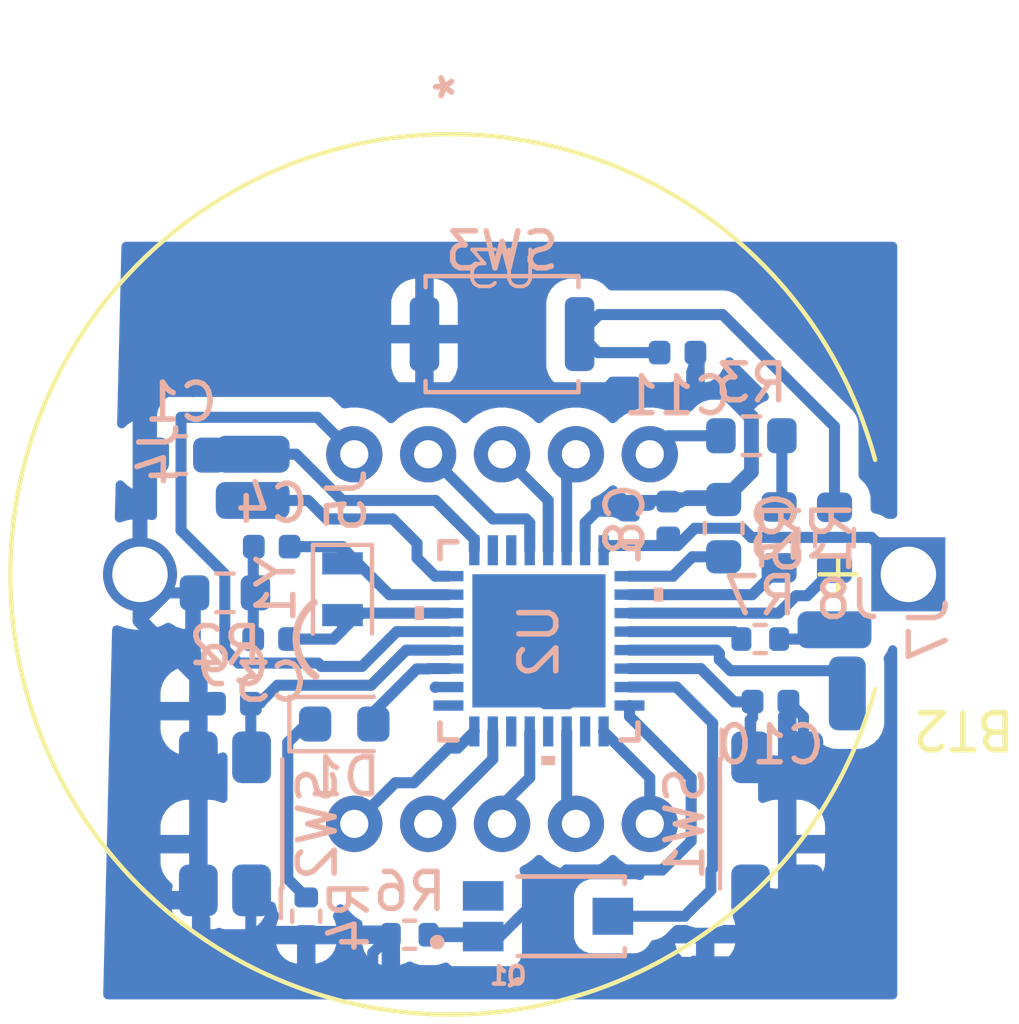
<source format=kicad_pcb>
(kicad_pcb (version 20241229) (generator "pcbnew") (generator_version "9.0")
  (layers (0 "F.Cu" signal) (2 "B.Cu" signal) (13 "F.Paste" user) (15 "B.Paste" user) (5 "F.SilkS" user "F.Silkscreen") (7 "B.SilkS" user "B.Silkscreen") (1 "F.Mask" user) (3 "B.Mask" user) (25 "Edge.Cuts" user))
  (net 0 "")
  (net 2 "/SW1")
  (net 4 "unconnected-(U2A-EPAD-Pad33)")
  (net 5 "/TEMT_VCC")
  (net 6 "/SW3")
  (net 7 "/SW2")
  (net 8 "GND")
  (net 9 "VCC")
  (net 10 "/SEG1")
  (net 11 "/SEG2")
  (net 12 "/TEMT_SIG")
  (net 13 "/SEG4")
  (net 14 "/SEG6")
  (net 15 "/SEG5")
  (net 16 "/SEG3")
  (net 17 "/COM3")
  (net 18 "/COM4")
  (net 19 "/COM1")
  (net 20 "/COM2")
  (net 21 "Net-(U2B-VLCD)")
  (net 22 "Net-(J4-Pin_1)")
  (net 23 "Net-(J5-Pin_1)")
  (net 28 "Net-(U3-COM1)")
  (net 29 "Net-(R1-Pad2)")
  (net 30 "unconnected-(U2A-PC1-Pad26)")
  (net 31 "Net-(C3-Pad1)")
  (net 32 "/OSC_IN")
  (net 33 "Net-(D1-K)")
  (net 34 "Net-(D1-A)")
  (net 35 "/OSC_OUT")
  (net 36 "Net-(C11-Pad1)")
  (net 37 "Net-(J7-Pin_1)")
  (net 38 "Net-(J8-Pin_1)")
  (net 39 "Net-(U2A-PD3)")
  (footprint "Battery:BatteryHolder_MYOUNG_BS-07-A1BJ001_CR2032" (layer "F.Cu") (at 38.8 26.5 180)
    (property "Reference" "BT2" (at -1.5 -4.2 180) (layer "F.SilkS"))
    (property "Value" "Battery_Cell" (hide yes))
    (fp_line (start 1.9 -0.5) (end 1.9 0.5) (stroke (width 0.12)) (layer "F.SilkS"))
    (fp_line (start 1.4 0) (end 2.4 0) (stroke (width 0.12)) (layer "F.SilkS"))
    (fp_arc (start 0.900001 -3.1) (mid 24.310499 0) (end 0.900001 3.1) (stroke (width 0.12)) (layer "F.SilkS"))
    (pad "1" thru_hole rect (at 0 0) (size 2 2) (drill 1.5) (layers "*.Cu" "*.Mask") (net 9 "VCC"))
    (pad "2" thru_hole circle (at 20.8 0) (size 2 2) (drill 1.5) (layers "*.Cu" "*.Mask") (net 8 "GND"))
  )
  (footprint "Fuse:Fuse_0402_1005Metric" (layer "B.Cu") (at 35.067562 29.94332)
    (property "Reference" "C10" (at 0 1.17 0) (layer "B.SilkS") (effects (justify mirror)))
    (property "Value" "10n")
    (pad "1" smd roundrect (at -0.485 0) (size 0.59 0.64) (layers "B.Cu" "B.Mask" "B.Paste") (net 2 "/SW1"))
    (pad "2" smd roundrect (at 0.485 0) (size 0.59 0.64) (layers "B.Cu" "B.Mask" "B.Paste") (net 8 "GND"))
  )
  (footprint "TEMT6000X01:TRANS_TEMT6000X01" (layer "B.Cu") (at 29.045 35.75)
    (property "Reference" "Q1" (at -1.077583 1.607158 0) (layer "B.SilkS") (effects (font (size 0.480705 0.480705)) (justify mirror)))
    (property "Value" "TEMT6000X01")
    (fp_line (start -0.82 1.075) (end 2.075 1.075) (stroke (width 0.127)) (layer "B.SilkS"))
    (fp_line (start 2.075 -1.075) (end -0.83 -1.075) (stroke (width 0.127)) (layer "B.SilkS"))
    (fp_line (start 2.075 -0.88) (end 2.075 -1.075) (stroke (width 0.127)) (layer "B.SilkS"))
    (fp_line (start 2.075 1.075) (end 2.075 0.87) (stroke (width 0.127)) (layer "B.SilkS"))
    (fp_circle (center -3 0.7) (end -2.9 0.7) (stroke (width 0.2)) (fill no) (layer "B.SilkS"))
    (pad "1" smd rect (at -1.755 0.55) (size 1.1 0.8) (layers "B.Cu" "B.Mask" "B.Paste") (net 12 "/TEMT_SIG"))
    (pad "2" smd rect (at -1.755 -0.55) (size 1.1 0.8) (layers "B.Cu" "B.Mask" "B.Paste"))
    (pad "3" smd rect (at 1.755 0) (size 1.1 1) (layers "B.Cu" "B.Mask" "B.Paste") (net 5 "/TEMT_VCC"))
  )
  (footprint "Button_Switch_SMD:SW_Push_SPST_NO_Alps_SKRK" (layer "B.Cu") (at 27.8 20 180)
    (property "Reference" "SW3" (at 0 2.25 0) (layer "B.SilkS") (effects (justify mirror)))
    (property "Value" "SW_Push")
    (fp_line (start 2.07 1.57) (end -2.07 1.57) (stroke (width 0.12)) (layer "B.SilkS"))
    (fp_line (start 2.07 1.27) (end 2.07 1.57) (stroke (width 0.12)) (layer "B.SilkS"))
    (fp_line (start 2.07 -1.57) (end 2.07 -1.27) (stroke (width 0.12)) (layer "B.SilkS"))
    (fp_line (start -2.07 1.57) (end -2.07 1.27) (stroke (width 0.12)) (layer "B.SilkS"))
    (fp_line (start -2.07 -1.27) (end -2.07 -1.57) (stroke (width 0.12)) (layer "B.SilkS"))
    (fp_line (start -2.07 -1.57) (end 2.07 -1.57) (stroke (width 0.12)) (layer "B.SilkS"))
    (pad "1" smd roundrect (at -2.1 0 180) (size 0.8 2) (layers "B.Cu" "B.Mask" "B.Paste") (net 36 "Net-(C11-Pad1)"))
    (pad "2" smd roundrect (at 2.1 0 180) (size 0.8 2) (layers "B.Cu" "B.Mask" "B.Paste") (net 8 "GND"))
  )
  (footprint "Resistor_SMD:R_0402_1005Metric" (layer "B.Cu") (at 25.3 36.25 180)
    (property "Reference" "R6" (at 0 1.17 0) (layer "B.SilkS") (effects (justify mirror)))
    (property "Value" "10k")
    (fp_line (start -0.153641 0.38) (end 0.153641 0.38) (stroke (width 0.12)) (layer "B.SilkS"))
    (fp_line (start -0.153641 -0.38) (end 0.153641 -0.38) (stroke (width 0.12)) (layer "B.SilkS"))
    (pad "1" smd roundrect (at -0.51 0 180) (size 0.54 0.64) (layers "B.Cu" "B.Mask" "B.Paste") (net 12 "/TEMT_SIG"))
    (pad "2" smd roundrect (at 0.51 0 180) (size 0.54 0.64) (layers "B.Cu" "B.Mask" "B.Paste") (net 8 "GND"))
  )
  (footprint "Connector_Wire:SolderWirePad_1x01_SMD_1x2mm" (layer "B.Cu") (at 37.146688 29.721862 180)
    (property "Reference" "J8" (at 0 2.54 0) (layer "B.SilkS") (effects (justify mirror)))
    (property "Value" "Conn_01x01")
    (pad "1" smd roundrect (at 0 0 180) (size 1 2) (layers "B.Cu" "B.Mask" "B.Paste") (net 38 "Net-(J8-Pin_1)"))
  )
  (footprint "Resistor_SMD:R_0402_1005Metric" (layer "B.Cu") (at 34.79 28.25 180)
    (property "Reference" "R7" (at 0 1.17 0) (layer "B.SilkS") (effects (justify mirror)))
    (property "Value" "0")
    (fp_line (start -0.153641 0.38) (end 0.153641 0.38) (stroke (width 0.12)) (layer "B.SilkS"))
    (fp_line (start -0.153641 -0.38) (end 0.153641 -0.38) (stroke (width 0.12)) (layer "B.SilkS"))
    (pad "1" smd roundrect (at -0.51 0 180) (size 0.54 0.64) (layers "B.Cu" "B.Mask" "B.Paste") (net 37 "Net-(J7-Pin_1)"))
    (pad "2" smd roundrect (at 0.51 0 180) (size 0.54 0.64) (layers "B.Cu" "B.Mask" "B.Paste") (net 39 "Net-(U2A-PD3)"))
  )
  (footprint "Connector_Wire:SolderWirePad_1x01_SMD_1x2mm" (layer "B.Cu") (at 21.05 23.25 -90)
    (property "Reference" "J4" (at 0 2.54 90) (layer "B.SilkS") (effects (justify mirror)))
    (property "Value" "Conn_01x01")
    (pad "1" smd roundrect (at 0 0 270) (size 1 2) (layers "B.Cu" "B.Mask" "B.Paste") (net 22 "Net-(J4-Pin_1)"))
  )
  (footprint "Resistor_SMD:R_0402_1005Metric" (layer "B.Cu") (at 22.5 35.75 90)
    (property "Reference" "R4" (at 0 1.17 90) (layer "B.SilkS") (effects (justify mirror)))
    (property "Value" "330")
    (fp_line (start 0.153641 -0.38) (end -0.153641 -0.38) (stroke (width 0.12)) (layer "B.SilkS"))
    (fp_line (start 0.153641 0.38) (end -0.153641 0.38) (stroke (width 0.12)) (layer "B.SilkS"))
    (pad "1" smd roundrect (at -0.51 0 90) (size 0.54 0.64) (layers "B.Cu" "B.Mask" "B.Paste") (net 8 "GND"))
    (pad "2" smd roundrect (at 0.51 0 90) (size 0.54 0.64) (layers "B.Cu" "B.Mask" "B.Paste") (net 33 "Net-(D1-K)"))
  )
  (footprint "Resistor_SMD:R_0603_1608Metric" (layer "B.Cu") (at 20.3 27)
    (property "Reference" "R2" (at 0 1.43 0) (layer "B.SilkS") (effects (justify mirror)))
    (property "Value" "0")
    (fp_line (start 0.237258 -0.5225) (end -0.237258 -0.5225) (stroke (width 0.12)) (layer "B.SilkS"))
    (fp_line (start 0.237258 0.5225) (end -0.237258 0.5225) (stroke (width 0.12)) (layer "B.SilkS"))
    (pad "1" smd roundrect (at -0.825 0) (size 0.8 0.95) (layers "B.Cu" "B.Mask" "B.Paste") (net 8 "GND"))
    (pad "2" smd roundrect (at 0.825 0) (size 0.8 0.95) (layers "B.Cu" "B.Mask" "B.Paste") (net 31 "Net-(C3-Pad1)"))
  )
  (footprint "Button_Switch_SMD:SW_SPST_EVQP7A" (layer "B.Cu") (at 35.25 33.25 -90)
    (property "Reference" "SW1" (at 0 2.5 90) (layer "B.SilkS") (effects (justify mirror)))
    (property "Value" "SW_Push")
    (fp_line (start 1.75 1.55) (end -1.75 1.55) (stroke (width 0.12)) (layer "B.SilkS"))
    (fp_line (start -1.75 1.51) (end -1.75 1.55) (stroke (width 0.12)) (layer "B.SilkS"))
    (fp_line (start -1.75 1.51) (end -2.55 1.51) (stroke (width 0.12)) (layer "B.SilkS"))
    (pad "1" smd roundrect (at -1.8 0.72 270) (size 1.4 1.05) (layers "B.Cu" "B.Mask" "B.Paste") (roundrect_rratio 0.2380952381) (net 2 "/SW1"))
    (pad "1" smd roundrect (at 1.8 0.72 270) (size 1.4 1.05) (layers "B.Cu" "B.Mask" "B.Paste") (roundrect_rratio 0.2380952381) (net 2 "/SW1"))
    (pad "2" smd roundrect (at -1.8 -0.72 270) (size 1.4 1.05) (layers "B.Cu" "B.Mask" "B.Paste") (roundrect_rratio 0.2380952381) (net 8 "GND"))
    (pad "2" smd roundrect (at 1.8 -0.72 270) (size 1.4 1.05) (layers "B.Cu" "B.Mask" "B.Paste") (roundrect_rratio 0.2380952381) (net 8 "GND"))
  )
  (footprint "Fuse:Fuse_0402_1005Metric" (layer "B.Cu") (at 32.3 25.015 -90)
    (property "Reference" "C8" (at 0 1.17 90) (layer "B.SilkS") (effects (justify mirror)))
    (property "Value" "1u")
    (pad "1" smd roundrect (at -0.485 0 270) (size 0.59 0.64) (layers "B.Cu" "B.Mask" "B.Paste") (net 8 "GND"))
    (pad "2" smd roundrect (at 0.485 0 270) (size 0.59 0.64) (layers "B.Cu" "B.Mask" "B.Paste") (net 9 "VCC"))
  )
  (footprint "Connector_Wire:SolderWirePad_1x01_SMD_1x2mm" (layer "B.Cu") (at 21.05 24.5 90)
    (property "Reference" "J5" (at 0 2.54 90) (layer "B.SilkS") (effects (justify mirror)))
    (property "Value" "Conn_01x01")
    (pad "1" smd roundrect (at 0 0 90) (size 1 2) (layers "B.Cu" "B.Mask" "B.Paste") (net 23 "Net-(J5-Pin_1)"))
  )
  (footprint "Button_Switch_SMD:SW_SPST_EVQP7A" (layer "B.Cu") (at 20.3 33.25 90)
    (property "Reference" "SW2" (at 0 2.5 90) (layer "B.SilkS") (effects (justify mirror)))
    (property "Value" "SW_Push")
    (fp_line (start -1.75 1.51) (end -2.55 1.51) (stroke (width 0.12)) (layer "B.SilkS"))
    (fp_line (start -1.75 1.51) (end -1.75 1.55) (stroke (width 0.12)) (layer "B.SilkS"))
    (fp_line (start 1.75 1.55) (end -1.75 1.55) (stroke (width 0.12)) (layer "B.SilkS"))
    (pad "1" smd roundrect (at -1.8 0.72 90) (size 1.4 1.05) (layers "B.Cu" "B.Mask" "B.Paste") (roundrect_rratio 0.2380952381) (net 7 "/SW2"))
    (pad "1" smd roundrect (at 1.8 0.72 90) (size 1.4 1.05) (layers "B.Cu" "B.Mask" "B.Paste") (roundrect_rratio 0.2380952381) (net 7 "/SW2"))
    (pad "2" smd roundrect (at -1.8 -0.72 90) (size 1.4 1.05) (layers "B.Cu" "B.Mask" "B.Paste") (roundrect_rratio 0.2380952381) (net 8 "GND"))
    (pad "2" smd roundrect (at 1.8 -0.72 90) (size 1.4 1.05) (layers "B.Cu" "B.Mask" "B.Paste") (roundrect_rratio 0.2380952381) (net 8 "GND"))
  )
  (footprint "Fuse:Fuse_0402_1005Metric" (layer "B.Cu") (at 21.55 28.25)
    (property "Reference" "C3" (at 0 1.17 0) (layer "B.SilkS") (effects (justify mirror)))
    (property "Value" "12p")
    (pad "1" smd roundrect (at -0.485 0) (size 0.59 0.64) (layers "B.Cu" "B.Mask" "B.Paste") (net 31 "Net-(C3-Pad1)"))
    (pad "2" smd roundrect (at 0.485 0) (size 0.59 0.64) (layers "B.Cu" "B.Mask" "B.Paste") (net 32 "/OSC_IN"))
  )
  (footprint "Connector_Wire:SolderWirePad_1x01_SMD_1x2mm" (layer "B.Cu") (at 36.8 28 90)
    (property "Reference" "J7" (at 0 2.54 90) (layer "B.SilkS") (effects (justify mirror)))
    (property "Value" "Conn_01x01")
    (pad "1" smd roundrect (at 0 0 90) (size 1 2) (layers "B.Cu" "B.Mask" "B.Paste") (net 37 "Net-(J7-Pin_1)"))
  )
  (footprint "Resistor_SMD:R_0603_1608Metric" (layer "B.Cu") (at 34.55 22.75 180)
    (property "Reference" "R3" (at 0 1.43 0) (layer "B.SilkS") (effects (justify mirror)))
    (property "Value" "0")
    (fp_line (start 0.237258 0.5225) (end -0.237258 0.5225) (stroke (width 0.12)) (layer "B.SilkS"))
    (fp_line (start 0.237258 -0.5225) (end -0.237258 -0.5225) (stroke (width 0.12)) (layer "B.SilkS"))
    (pad "1" smd roundrect (at -0.825 0 180) (size 0.8 0.95) (layers "B.Cu" "B.Mask" "B.Paste") (net 29 "Net-(R1-Pad2)"))
    (pad "2" smd roundrect (at 0.825 0 180) (size 0.8 0.95) (layers "B.Cu" "B.Mask" "B.Paste") (net 28 "Net-(U3-COM1)"))
  )
  (footprint "Fuse:Fuse_0402_1005Metric" (layer "B.Cu") (at 20.515 30 180)
    (property "Reference" "C9" (at 0 1 0) (layer "B.SilkS") (effects (justify mirror)))
    (property "Value" "10n")
    (pad "1" smd roundrect (at -0.485 0 180) (size 0.59 0.64) (layers "B.Cu" "B.Mask" "B.Paste") (net 7 "/SW2"))
    (pad "2" smd roundrect (at 0.485 0 180) (size 0.59 0.64) (layers "B.Cu" "B.Mask" "B.Paste") (net 8 "GND"))
  )
  (footprint "KiCadLib:UFQFPN32-5x5mm-L" (layer "B.Cu") (at 28.800001 28.2989 -90)
    (property "Reference" "U2" (at 0 0 90) (layer "B.SilkS") (effects (justify mirror)))
    (property "Value" "STM8L152K6U6")
    (fp_line (start -2.6797 2.6797) (end -2.222439 2.6797) (stroke (width 0.1524)) (layer "B.SilkS"))
    (fp_line (start 2.222439 2.6797) (end 2.6797 2.6797) (stroke (width 0.1524)) (layer "B.SilkS"))
    (fp_line (start 2.6797 2.6797) (end 2.6797 2.222439) (stroke (width 0.1524)) (layer "B.SilkS"))
    (fp_line (start -2.6797 2.222439) (end -2.6797 2.6797) (stroke (width 0.1524)) (layer "B.SilkS"))
    (fp_line (start 2.6797 -2.222439) (end 2.6797 -2.6797) (stroke (width 0.1524)) (layer "B.SilkS"))
    (fp_line (start -2.6797 -2.6797) (end -2.6797 -2.222439) (stroke (width 0.1524)) (layer "B.SilkS"))
    (fp_line (start -2.222439 -2.6797) (end -2.6797 -2.6797) (stroke (width 0.1524)) (layer "B.SilkS"))
    (fp_line (start 2.6797 -2.6797) (end 2.222439 -2.6797) (stroke (width 0.1524)) (layer "B.SilkS"))
    (fp_poly (pts (xy -0.940501 3.1115) (xy -0.940501 3.3655) (xy -0.559501 3.3655) (xy -0.559501 3.1115)) (fill yes) (layer "B.SilkS"))
    (fp_poly (pts (xy 3.3655 -0.059499) (xy 3.3655 -0.4405) (xy 3.1115 -0.4405) (xy 3.1115 -0.059499)) (fill yes) (layer "B.SilkS"))
    (fp_poly (pts (xy -1.4405 -3.1115) (xy -1.4405 -3.3655) (xy -1.0595 -3.3655) (xy -1.0595 -3.1115)) (fill yes) (layer "B.SilkS"))
    (fp_text user "*" (at -14.9925 2.25 90) (layer "B.SilkS") (effects (justify mirror)))
    (fp_text user "*" (at -14.9925 2.25 90) (layer "B.SilkS") (effects (justify mirror)))
    (pad "1" smd rect (at -2.4511 1.749999 180) (size 0.2794 0.8128) (layers "B.Cu" "B.Mask" "B.Paste") (net 22 "Net-(J4-Pin_1)"))
    (pad "2" smd rect (at -2.4511 1.25 180) (size 0.2794 0.8128) (layers "B.Cu" "B.Mask" "B.Paste"))
    (pad "3" smd rect (at -2.4511 0.750001 180) (size 0.2794 0.8128) (layers "B.Cu" "B.Mask" "B.Paste"))
    (pad "4" smd rect (at -2.4511 0.25 180) (size 0.2794 0.8128) (layers "B.Cu" "B.Mask" "B.Paste") (net 18 "/COM4"))
    (pad "5" smd rect (at -2.4511 -0.25 180) (size 0.2794 0.8128) (layers "B.Cu" "B.Mask" "B.Paste") (net 17 "/COM3"))
    (pad "6" smd rect (at -2.4511 -0.750001 180) (size 0.2794 0.8128) (layers "B.Cu" "B.Mask" "B.Paste") (net 20 "/COM2"))
    (pad "7" smd rect (at -2.4511 -1.25 180) (size 0.2794 0.8128) (layers "B.Cu" "B.Mask" "B.Paste") (net 8 "GND"))
    (pad "8" smd rect (at -2.4511 -1.749999 180) (size 0.2794 0.8128) (layers "B.Cu" "B.Mask" "B.Paste") (net 9 "VCC"))
    (pad "9" smd rect (at -1.749999 -2.4511 270) (size 0.2794 0.8128) (layers "B.Cu" "B.Mask" "B.Paste") (net 21 "Net-(U2B-VLCD)"))
    (pad "10" smd rect (at -1.25 -2.4511 270) (size 0.2794 0.8128) (layers "B.Cu" "B.Mask" "B.Paste") (net 19 "/COM1"))
    (pad "11" smd rect (at -0.750001 -2.4511 270) (size 0.2794 0.8128) (layers "B.Cu" "B.Mask" "B.Paste") (net 6 "/SW3"))
    (pad "12" smd rect (at -0.25 -2.4511 270) (size 0.2794 0.8128) (layers "B.Cu" "B.Mask" "B.Paste") (net 39 "Net-(U2A-PD3)"))
    (pad "13" smd rect (at 0.25 -2.4511 270) (size 0.2794 0.8128) (layers "B.Cu" "B.Mask" "B.Paste") (net 38 "Net-(J8-Pin_1)"))
    (pad "14" smd rect (at 0.750001 -2.4511 270) (size 0.2794 0.8128) (layers "B.Cu" "B.Mask" "B.Paste") (net 2 "/SW1"))
    (pad "15" smd rect (at 1.25 -2.4511 270) (size 0.2794 0.8128) (layers "B.Cu" "B.Mask" "B.Paste") (net 5 "/TEMT_VCC"))
    (pad "16" smd rect (at 1.749999 -2.4511 270) (size 0.2794 0.8128) (layers "B.Cu" "B.Mask" "B.Paste") (net 12 "/TEMT_SIG"))
    (pad "17" smd rect (at 2.4511 -1.749999 180) (size 0.2794 0.8128) (layers "B.Cu" "B.Mask" "B.Paste") (net 10 "/SEG1"))
    (pad "18" smd rect (at 2.4511 -1.25 180) (size 0.2794 0.8128) (layers "B.Cu" "B.Mask" "B.Paste"))
    (pad "19" smd rect (at 2.4511 -0.750001 180) (size 0.2794 0.8128) (layers "B.Cu" "B.Mask" "B.Paste") (net 11 "/SEG2"))
    (pad "20" smd rect (at 2.4511 -0.25 180) (size 0.2794 0.8128) (layers "B.Cu" "B.Mask" "B.Paste"))
    (pad "21" smd rect (at 2.4511 0.25 180) (size 0.2794 0.8128) (layers "B.Cu" "B.Mask" "B.Paste") (net 16 "/SEG3"))
    (pad "22" smd rect (at 2.4511 0.750001 180) (size 0.2794 0.8128) (layers "B.Cu" "B.Mask" "B.Paste"))
    (pad "23" smd rect (at 2.4511 1.25 180) (size 0.2794 0.8128) (layers "B.Cu" "B.Mask" "B.Paste") (net 13 "/SEG4"))
    (pad "24" smd rect (at 2.4511 1.749999 180) (size 0.2794 0.8128) (layers "B.Cu" "B.Mask" "B.Paste") (net 15 "/SEG5"))
    (pad "25" smd rect (at 1.749999 2.4511 270) (size 0.2794 0.8128) (layers "B.Cu" "B.Mask" "B.Paste"))
    (pad "26" smd rect (at 1.25 2.4511 270) (size 0.2794 0.8128) (layers "B.Cu" "B.Mask" "B.Paste") (net 30 "unconnected-(U2A-PC1-Pad26)"))
    (pad "27" smd rect (at 0.750001 2.4511 270) (size 0.2794 0.8128) (layers "B.Cu" "B.Mask" "B.Paste") (net 34 "Net-(D1-A)"))
    (pad "28" smd rect (at 0.25 2.4511 270) (size 0.2794 0.8128) (layers "B.Cu" "B.Mask" "B.Paste") (net 7 "/SW2"))
    (pad "29" smd rect (at -0.25 2.4511 270) (size 0.2794 0.8128) (layers "B.Cu" "B.Mask" "B.Paste") (net 14 "/SEG6"))
    (pad "30" smd rect (at -0.750001 2.4511 270) (size 0.2794 0.8128) (layers "B.Cu" "B.Mask" "B.Paste") (net 32 "/OSC_IN"))
    (pad "31" smd rect (at -1.25 2.4511 270) (size 0.2794 0.8128) (layers "B.Cu" "B.Mask" "B.Paste") (net 35 "/OSC_OUT"))
    (pad "32" smd rect (at -1.749999 2.4511 270) (size 0.2794 0.8128) (layers "B.Cu" "B.Mask" "B.Paste") (net 23 "Net-(J5-Pin_1)"))
    (pad "33" smd rect (at 0 0 270) (size 3.6068 3.6068) (layers "B.Cu" "B.Mask") (net 4 "unconnected-(U2A-EPAD-Pad33)"))
  )
  (footprint "Crystal:Crystal_SMD_2012-2Pin_2.0x1.2mm" (layer "B.Cu") (at 23.48162 26.902155 -90)
    (property "Reference" "Y1" (at 0 1.8 90) (layer "B.SilkS") (effects (justify mirror)))
    (property "Value" "Crystal")
    (fp_line (start -1.2 0.8) (end 1.2 0.8) (stroke (width 0.12)) (layer "B.SilkS"))
    (fp_line (start -1.2 -0.8) (end -1.2 0.8) (stroke (width 0.12)) (layer "B.SilkS"))
    (fp_line (start 1.2 -0.8) (end -1.2 -0.8) (stroke (width 0.12)) (layer "B.SilkS"))
    (pad "1" smd rect (at -0.7 0 270) (size 0.6 1.1) (layers "B.Cu" "B.Mask" "B.Paste") (net 35 "/OSC_OUT"))
    (pad "2" smd rect (at 0.7 0 270) (size 0.6 1.1) (layers "B.Cu" "B.Mask" "B.Paste") (net 32 "/OSC_IN"))
  )
  (footprint "LED_SMD:LED_0603_1608Metric" (layer "B.Cu") (at 23.528739 30.550105)
    (property "Reference" "D1" (at 0 1.43 0) (layer "B.SilkS") (effects (justify mirror)))
    (property "Value" "LED")
    (fp_line (start -1.485 -0.735) (end -1.485 0.735) (stroke (width 0.12)) (layer "B.SilkS"))
    (fp_line (start -1.485 0.735) (end 0.8 0.735) (stroke (width 0.12)) (layer "B.SilkS"))
    (fp_line (start 0.8 -0.735) (end -1.485 -0.735) (stroke (width 0.12)) (layer "B.SilkS"))
    (pad "1" smd roundrect (at -0.7875 0) (size 0.875 0.95) (layers "B.Cu" "B.Mask" "B.Paste") (net 33 "Net-(D1-K)"))
    (pad "2" smd roundrect (at 0.7875 0) (size 0.875 0.95) (layers "B.Cu" "B.Mask" "B.Paste") (net 34 "Net-(D1-A)"))
  )
  (footprint "Resistor_SMD:R_0603_1608Metric" (layer "B.Cu") (at 35.3 25.5 90)
    (property "Reference" "R1" (at 0 1.43 90) (layer "B.SilkS") (effects (justify mirror)))
    (property "Value" "0")
    (fp_line (start 0.237258 -0.5225) (end -0.237258 -0.5225) (stroke (width 0.12)) (layer "B.SilkS"))
    (fp_line (start 0.237258 0.5225) (end -0.237258 0.5225) (stroke (width 0.12)) (layer "B.SilkS"))
    (pad "1" smd roundrect (at -0.825 0 90) (size 0.8 0.95) (layers "B.Cu" "B.Mask" "B.Paste") (net 19 "/COM1"))
    (pad "2" smd roundrect (at 0.825 0 90) (size 0.8 0.95) (layers "B.Cu" "B.Mask" "B.Paste") (net 29 "Net-(R1-Pad2)"))
  )
  (footprint "SegmentLCD:3SegLCD10Pin" (layer "B.Cu") (at 27.8 28.25 180)
    (property "Reference" "U3" (at 0 10 0) (layer "B.SilkS") (effects (font (thickness 0.1)) (justify mirror)))
    (property "Value" "~")
    (fp_arc (start 5.046293 -1.008896) (mid 5.571044 -0.01895) (end 5.085318 0.990717) (stroke (width 0.2)) (layer "B.SilkS"))
    (pad "1" thru_hole circle (at -4 -5 180) (size 1.524 1.524) (drill 0.762) (layers "*.Cu" "*.Mask") (net 10 "/SEG1"))
    (pad "2" thru_hole circle (at -2 -5 180) (size 1.524 1.524) (drill 0.762) (layers "*.Cu" "*.Mask") (net 11 "/SEG2"))
    (pad "3" thru_hole circle (at 0 -5 180) (size 1.524 1.524) (drill 0.762) (layers "*.Cu" "*.Mask") (net 16 "/SEG3"))
    (pad "4" thru_hole circle (at 2 -5 180) (size 1.524 1.524) (drill 0.762) (layers "*.Cu" "*.Mask") (net 13 "/SEG4"))
    (pad "5" thru_hole circle (at 4 -5 180) (size 1.524 1.524) (drill 0.762) (layers "*.Cu" "*.Mask") (net 15 "/SEG5"))
    (pad "6" thru_hole circle (at 4 5 180) (size 1.524 1.524) (drill 0.762) (layers "*.Cu" "*.Mask") (net 14 "/SEG6"))
    (pad "7" thru_hole circle (at 2 5 180) (size 1.524 1.524) (drill 0.762) (layers "*.Cu" "*.Mask") (net 18 "/COM4"))
    (pad "8" thru_hole circle (at 0 5 180) (size 1.524 1.524) (drill 0.762) (layers "*.Cu" "*.Mask") (net 17 "/COM3"))
    (pad "9" thru_hole circle (at -2 5 180) (size 1.524 1.524) (drill 0.762) (layers "*.Cu" "*.Mask") (net 20 "/COM2"))
    (pad "10" thru_hole circle (at -4 5 180) (size 1.524 1.524) (drill 0.762) (layers "*.Cu" "*.Mask") (net 28 "Net-(U3-COM1)"))
  )
  (footprint "Fuse:Fuse_0402_1005Metric" (layer "B.Cu") (at 32.55 20.5)
    (property "Reference" "C11" (at 0 1.17 0) (layer "B.SilkS") (effects (justify mirror)))
    (property "Value" "10n")
    (pad "1" smd roundrect (at -0.485 0) (size 0.59 0.64) (layers "B.Cu" "B.Mask" "B.Paste") (net 36 "Net-(C11-Pad1)"))
    (pad "2" smd roundrect (at 0.485 0) (size 0.59 0.64) (layers "B.Cu" "B.Mask" "B.Paste") (net 8 "GND"))
  )
  (footprint "Fuse:Fuse_0402_1005Metric" (layer "B.Cu") (at 21.565 25.75 180)
    (property "Reference" "C4" (at 0 1.17 0) (layer "B.SilkS") (effects (justify mirror)))
    (property "Value" "12p")
    (pad "1" smd roundrect (at -0.485 0 180) (size 0.59 0.64) (layers "B.Cu" "B.Mask" "B.Paste") (net 35 "/OSC_OUT"))
    (pad "2" smd roundrect (at 0.485 0 180) (size 0.59 0.64) (layers "B.Cu" "B.Mask" "B.Paste") (net 31 "Net-(C3-Pad1)"))
  )
  (footprint "Resistor_SMD:R_0603_1608Metric" (layer "B.Cu") (at 36.8 25.51 -90)
    (property "Reference" "R5" (at 0 1.43 90) (layer "B.SilkS") (effects (justify mirror)))
    (property "Value" "0")
    (fp_line (start 0.237258 0.5225) (end -0.237258 0.5225) (stroke (width 0.12)) (layer "B.SilkS"))
    (fp_line (start 0.237258 -0.5225) (end -0.237258 -0.5225) (stroke (width 0.12)) (layer "B.SilkS"))
    (pad "1" smd roundrect (at -0.825 0 270) (size 0.8 0.95) (layers "B.Cu" "B.Mask" "B.Paste") (net 36 "Net-(C11-Pad1)"))
    (pad "2" smd roundrect (at 0.825 0 270) (size 0.8 0.95) (layers "B.Cu" "B.Mask" "B.Paste") (net 6 "/SW3"))
  )
  (footprint "Capacitor_SMD:C_0603_1608Metric" (layer "B.Cu") (at 33.8 25.25 90)
    (property "Reference" "C2" (at 0 1.43 270) (layer "B.SilkS") (effects (justify mirror)))
    (property "Value" "1u")
    (fp_line (start 0.14058 -0.51) (end -0.14058 -0.51) (stroke (width 0.12)) (layer "B.SilkS"))
    (fp_line (start 0.14058 0.51) (end -0.14058 0.51) (stroke (width 0.12)) (layer "B.SilkS"))
    (pad "1" smd roundrect (at -0.775 0 90) (size 0.9 0.95) (layers "B.Cu" "B.Mask" "B.Paste") (net 21 "Net-(U2B-VLCD)"))
    (pad "2" smd roundrect (at 0.775 0 90) (size 0.9 0.95) (layers "B.Cu" "B.Mask" "B.Paste") (net 8 "GND"))
  )
  (footprint "Capacitor_SMD:C_0603_1608Metric" (layer "B.Cu") (at 19.110988 23.273311 180)
    (property "Reference" "C1" (at 0 1.43 0) (layer "B.SilkS") (effects (justify mirror)))
    (property "Value" "0.1u")
    (fp_line (start -0.14058 0.51) (end 0.14058 0.51) (stroke (width 0.12)) (layer "B.SilkS"))
    (fp_line (start -0.14058 -0.51) (end 0.14058 -0.51) (stroke (width 0.12)) (layer "B.SilkS"))
    (pad "1" smd roundrect (at -0.775 0 180) (size 0.9 0.95) (layers "B.Cu" "B.Mask" "B.Paste") (net 22 "Net-(J4-Pin_1)"))
    (pad "2" smd roundrect (at 0.775 0 180) (size 0.9 0.95) (layers "B.Cu" "B.Mask" "B.Paste") (net 8 "GND"))
  )
  (segment (start 34.08 29.95) (end 33.178901 29.048901) (width 0.3) (layer "B.Cu") (net 2))
  (segment (start 33.178901 29.048901) (end 31.251101 29.048901) (width 0.3) (layer "B.Cu") (net 2))
  (segment (start 34.518611 31.379909) (end 34.518611 30.438611) (width 0.3) (layer "B.Cu") (net 2))
  (segment (start 34.5 35.502807) (end 34.5 36.5) (width 0.3) (layer "B.Cu") (net 2))
  (segment (start 34.582562 29.94332) (end 34.575882 29.95) (width 0.3) (layer "B.Cu") (net 2))
  (segment (start 34.28 35.235) (end 34.28 35.21852) (width 0.3) (layer "B.Cu") (net 2))
  (segment (start 34.582562 31.315958) (end 34.518611 31.379909) (width 0.2) (layer "B.Cu") (net 2))
  (segment (start 34.28 35.21852) (end 34.518611 34.979909) (width 0.3) (layer "B.Cu") (net 2))
  (segment (start 34.575882 29.95) (end 34.08 29.95) (width 0.3) (layer "B.Cu") (net 2))
  (segment (start 34.582562 30.37466) (end 34.582562 29.94332) (width 0.3) (layer "B.Cu") (net 2))
  (segment (start 34.518611 30.438611) (end 34.582562 30.37466) (width 0.3) (layer "B.Cu") (net 2))
  (segment (start 34.582562 29.94332) (end 34.582562 31.315958) (width 0.2) (layer "B.Cu") (net 2))
  (segment (start 28.952799 30) (end 29.5989 30) (width 0.3) (layer "B.Cu") (net 4))
  (segment (start 32.524051 29.5489) (end 33.5 30.524849) (width 0.3) (layer "B.Cu") (net 5))
  (segment (start 33.131 35.369) (end 33.116926 35.369) (width 0.2) (layer "B.Cu") (net 5))
  (segment (start 32.829 35.671) (end 32.75 35.75) (width 0.2) (layer "B.Cu") (net 5))
  (segment (start 32.829 35.656926) (end 32.829 35.671) (width 0.2) (layer "B.Cu") (net 5))
  (segment (start 33.5 30.524849) (end 33.5 34.454) (width 0.3) (layer "B.Cu") (net 5))
  (segment (start 33.454 34.5) (end 33.454 35.046) (width 0.3) (layer "B.Cu") (net 5))
  (segment (start 33.454 35.046) (end 33.131 35.369) (width 0.3) (layer "B.Cu") (net 5))
  (segment (start 33.116926 35.369) (end 32.829 35.656926) (width 0.3) (layer "B.Cu") (net 5))
  (segment (start 31.251101 29.5489) (end 32.524051 29.5489) (width 0.3) (layer "B.Cu") (net 5))
  (segment (start 33.5 34.454) (end 33.454 34.5) (width 0.2) (layer "B.Cu") (net 5))
  (segment (start 32.75 35.75) (end 30.8 35.75) (width 0.3) (layer "B.Cu") (net 5))
  (segment (start 35.760774 27.077933) (end 36.057067 27.077933) (width 0.3) (layer "B.Cu") (net 6))
  (segment (start 36.057067 27.077933) (end 36.8 26.335) (width 0.3) (layer "B.Cu") (net 6))
  (segment (start 31.251101 27.548899) (end 35.289808 27.548899) (width 0.3) (layer "B.Cu") (net 6))
  (segment (start 35.289808 27.548899) (end 35.760774 27.077933) (width 0.3) (layer "B.Cu") (net 6))
  (segment (start 24.25665 29.5) (end 21.72 29.5) (width 0.3) (layer "B.Cu") (net 7))
  (segment (start 21.22 30) (end 21 30) (width 0.3) (layer "B.Cu") (net 7))
  (segment (start 21 30) (end 21 31.43) (width 0.3) (layer "B.Cu") (net 7))
  (segment (start 26.348901 28.5489) (end 25.20775 28.5489) (width 0.3) (layer "B.Cu") (net 7))
  (segment (start 21 35.07) (end 21.02 35.05) (width 0.3) (layer "B.Cu") (net 7))
  (segment (start 21 36.2127) (end 21 35.07) (width 0.3) (layer "B.Cu") (net 7))
  (segment (start 25.20775 28.5489) (end 24.25665 29.5) (width 0.3) (layer "B.Cu") (net 7))
  (segment (start 21.057284 36.269984) (end 21 36.2127) (width 0.3) (layer "B.Cu") (net 7))
  (segment (start 21.72 29.5) (end 21.22 30) (width 0.3) (layer "B.Cu") (net 7))
  (segment (start 21 31.43) (end 21.02 31.45) (width 0.3) (layer "B.Cu") (net 7))
  (segment (start 21.27 29.974484) (end 21.27 29.95) (width 0.3) (layer "B.Cu") (net 7))
  (segment (start 33.775 24.5) (end 30.6517 24.5) (width 0.3) (layer "B.Cu") (net 8))
  (segment (start 34.5 36.523645) (end 34.976355 36.523645) (width 0.3) (layer "B.Cu") (net 8))
  (segment (start 19.706124 35.363796) (end 19.706124 36.156124) (width 0.3) (layer "B.Cu") (net 8))
  (segment (start 33 21.5) (end 33 20.8) (width 0.3) (layer "B.Cu") (net 8))
  (segment (start 19.58 35.237672) (end 19.58 30.517815) (width 0.3) (layer "B.Cu") (net 8))
  (segment (start 19.8 36.25) (end 23.3 36.25) (width 0.3) (layer "B.Cu") (net 8))
  (segment (start 33.8 24.475) (end 33.775 24.5) (width 0.3) (layer "B.Cu") (net 8))
  (segment (start 19.656262 35.313934) (end 19.706124 35.363796) (width 0.3) (layer "B.Cu") (net 8))
  (segment (start 25.714937 20.614937) (end 25.7 20.6) (width 0.3) (layer "B.Cu") (net 8))
  (segment (start 22.672113 36.25) (end 22.662113 36.26) (width 0.3) (layer "B.Cu") (net 8))
  (segment (start 35.958611 30.349369) (end 35.552562 29.94332) (width 0.3) (layer "B.Cu") (net 8))
  (segment (start 22.662113 36.26) (end 22.5 36.26) (width 0.3) (layer "B.Cu") (net 8))
  (segment (start 33.5 36.985) (end 34.038645 36.985) (width 0.3) (layer "B.Cu") (net 8))
  (segment (start 24.3 37.25) (end 24.3 36.74) (width 0.3) (layer "B.Cu") (net 8))
  (segment (start 19.425 21.5) (end 33 21.5) (width 0.4) (layer "B.Cu") (net 8))
  (segment (start 34.038645 36.985) (end 34.5 36.523645) (width 0.3) (layer "B.Cu") (net 8))
  (segment (start 35.958611 31.379909) (end 35.958611 30.349369) (width 0.3) (layer "B.Cu") (net 8))
  (segment (start 30.050001 25.101699) (end 30.050001 25.8478) (width 0.3) (layer "B.Cu") (net 8))
  (segment (start 18.75 27) (end 18 27.75) (width 0.3) (layer "B.Cu") (net 8))
  (segment (start 33.80407 21.5) (end 34.550418 22.246348) (width 0.4) (layer "B.Cu") (net 8))
  (segment (start 23.3 36.25) (end 22.672113 36.25) (width 0.3) (layer "B.Cu") (net 8))
  (segment (start 18 24.3) (end 18 27.75) (width 0.4) (layer "B.Cu") (net 8))
  (segment (start 34.550418 22.246348) (end 34.550418 23.724582) (width 0.4) (layer "B.Cu") (net 8))
  (segment (start 19.425 21.5) (end 25.714937 21.5) (width 0.3) (layer "B.Cu") (net 8))
  (segment (start 18 22) (end 18.5 21.5) (width 0.4) (layer "B.Cu") (net 8))
  (segment (start 33 36.965) (end 33 37) (width 0.3) (layer "B.Cu") (net 8))
  (segment (start 34.976355 36.523645) (end 35.52 35.98) (width 0.3) (layer "B.Cu") (net 8))
  (segment (start 18.5 21.5) (end 19.425 21.5) (width 0.4) (layer "B.Cu") (net 8))
  (segment (start 25.714937 21.5) (end 25.714937 20.614937) (width 0.3) (layer "B.Cu") (net 8))
  (segment (start 24.3 37.25) (end 31.3 37.25) (width 0.3) (layer "B.Cu") (net 8))
  (segment (start 19.706124 36.156124) (end 19.8 36.25) (width 0.3) (layer "B.Cu") (net 8))
  (segment (start 33.015 36.985) (end 33.5 36.985) (width 0.3) (layer "B.Cu") (net 8))
  (segment (start 18 24.3) (end 18 22) (width 0.4) (layer "B.Cu") (net 8))
  (segment (start 19.4 27) (end 18.75 27) (width 0.3) (layer "B.Cu") (net 8))
  (segment (start 35.52 35.98) (end 35.52 31.81852) (width 0.3) (layer "B.Cu") (net 8))
  (segment (start 34.550418 23.724582) (end 33.8 24.475) (width 0.4) (layer "B.Cu") (net 8))
  (segment (start 33.035 20.765) (end 33.035 20.5) (width 0.3) (layer "B.Cu") (net 8))
  (segment (start 19.58 29.33) (end 19.58 30.2) (width 0.4) (layer "B.Cu") (net 8))
  (segment (start 19.656262 35.313934) (end 19.58 35.237672) (width 0.3) (layer "B.Cu") (net 8))
  (segment (start 32.965 37) (end 33 36.965) (width 0.3) (layer "B.Cu") (net 8))
  (segment (start 23.3 36.25) (end 24.3 37.25) (width 0.3) (layer "B.Cu") (net 8))
  (segment (start 30.6517 24.5) (end 30.050001 25.101699) (width 0.3) (layer "B.Cu") (net 8))
  (segment (start 31.55 37) (end 32.965 37) (width 0.3) (layer "B.Cu") (net 8))
  (segment (start 24.3 36.74) (end 24.79 36.25) (width 0.3) (layer "B.Cu") (net 8))
  (segment (start 31.3 37.25) (end 31.55 37) (width 0.3) (layer "B.Cu") (net 8))
  (segment (start 25.7 20.6) (end 25.7 20) (width 0.3) (layer "B.Cu") (net 8))
  (segment (start 33 20.8) (end 33.035 20.765) (width 0.3) (layer "B.Cu") (net 8))
  (segment (start 18 27.75) (end 19.58 29.33) (width 0.4) (layer "B.Cu") (net 8))
  (segment (start 33 37) (end 33.015 36.985) (width 0.3) (layer "B.Cu") (net 8))
  (segment (start 33 21.5) (end 33.80407 21.5) (width 0.4) (layer "B.Cu") (net 8))
  (segment (start 18 26.5) (end 18 24.3) (width 0.4) (layer "B.Cu") (net 8))
  (segment (start 35.52 31.81852) (end 35.958611 31.379909) (width 0.3) (layer "B.Cu") (net 8))
  (segment (start 32.3 25.5) (end 32.33 25.5) (width 0.2) (layer "B.Cu") (net 9))
  (segment (start 34.30326 25.25326) (end 34.55 25.5) (width 0.3) (layer "B.Cu") (net 9))
  (segment (start 32.33 25.5) (end 32.55 25.72) (width 0.2) (layer "B.Cu") (net 9))
  (segment (start 32.55 25.72) (end 33.01674 25.25326) (width 0.3) (layer "B.Cu") (net 9))
  (segment (start 30.6778 25.72) (end 30.55 25.8478) (width 0.3) (layer "B.Cu") (net 9))
  (segment (start 32.55 25.72) (end 30.6778 25.72) (width 0.3) (layer "B.Cu") (net 9))
  (segment (start 33.01674 25.25326) (end 34.30326 25.25326) (width 0.3) (layer "B.Cu") (net 9))
  (segment (start 34.55 25.5) (end 37.8 25.5) (width 0.3) (layer "B.Cu") (net 9))
  (segment (start 37.8 25.5) (end 38.8 26.5) (width 0.3) (layer "B.Cu") (net 9))
  (segment (start 31.8 32) (end 30.55 30.75) (width 0.3) (layer "B.Cu") (net 10))
  (segment (start 31.8 33.25) (end 31.8 32) (width 0.3) (layer "B.Cu") (net 10))
  (segment (start 29.550002 33.000002) (end 29.8 33.25) (width 0.3) (layer "B.Cu") (net 11))
  (segment (start 29.550002 30.75) (end 29.550002 33.000002) (width 0.3) (layer "B.Cu") (net 11))
  (segment (start 29.8 33.25) (end 30.050001 32.999999) (width 0.3) (layer "B.Cu") (net 11))
  (segment (start 32.137076 34.499) (end 29.543 34.499) (width 0.3) (layer "B.Cu") (net 12))
  (segment (start 27.742 36.3) (end 27.29 36.3) (width 0.2) (layer "B.Cu") (net 12))
  (segment (start 32.91959 33.716486) (end 32.137076 34.499) (width 0.3) (layer "B.Cu") (net 12))
  (segment (start 27.24 36.25) (end 27.29 36.3) (width 0.4) (layer "B.Cu") (net 12))
  (segment (start 29.543 34.499) (end 27.742 36.3) (width 0.3) (layer "B.Cu") (net 12))
  (segment (start 31.251101 30.34287) (end 32.91959 32.011359) (width 0.3) (layer "B.Cu") (net 12))
  (segment (start 32.91959 32.011359) (end 32.91959 33.716486) (width 0.3) (layer "B.Cu") (net 12))
  (segment (start 31.251101 30.048899) (end 31.251101 30.34287) (width 0.3) (layer "B.Cu") (net 12))
  (segment (start 25.81 36.25) (end 27.24 36.25) (width 0.4) (layer "B.Cu") (net 12))
  (segment (start 27.550001 30.75) (end 27.550001 31.499999) (width 0.3) (layer "B.Cu") (net 13))
  (segment (start 27.550001 31.499999) (end 25.8 33.25) (width 0.3) (layer "B.Cu") (net 13))
  (segment (start 22.907995 28.990675) (end 24.009325 28.990675) (width 0.3) (layer "B.Cu") (net 14))
  (segment (start 20.296212 26.496212) (end 20.296212 28.528485) (width 0.3) (layer "B.Cu") (net 14))
  (segment (start 20.296212 28.528485) (end 20.668265 28.900538) (width 0.3) (layer "B.Cu") (net 14))
  (segment (start 23.8 23.25) (end 22.8 22.25) (width 0.3) (layer "B.Cu") (net 14))
  (segment (start 19.110988 25.310988) (end 20.296212 26.496212) (width 0.3) (layer "B.Cu") (net 14))
  (segment (start 19.110988 22.25) (end 19.110988 25.310988) (width 0.3) (layer "B.Cu") (net 14))
  (segment (start 22.8 22.25) (end 19.110988 22.25) (width 0.3) (layer "B.Cu") (net 14))
  (segment (start 20.668265 28.900538) (end 22.817858 28.900538) (width 0.3) (layer "B.Cu") (net 14))
  (segment (start 24.009325 28.990675) (end 24.9511 28.0489) (width 0.3) (layer "B.Cu") (net 14))
  (segment (start 22.817858 28.900538) (end 22.907995 28.990675) (width 0.3) (layer "B.Cu") (net 14))
  (segment (start 24.9511 28.0489) (end 26.348901 28.0489) (width 0.3) (layer "B.Cu") (net 14))
  (segment (start 26.348901 31.201099) (end 26.598903 31.201099) (width 0.3) (layer "B.Cu") (net 15))
  (segment (start 24.912 32.138) (end 23.8 33.25) (width 0.3) (layer "B.Cu") (net 15))
  (segment (start 26.348901 31.201099) (end 25.412 32.138) (width 0.3) (layer "B.Cu") (net 15))
  (segment (start 26.598903 31.201099) (end 27.050002 30.75) (width 0.3) (layer "B.Cu") (net 15))
  (segment (start 25.412 32.138) (end 24.912 32.138) (width 0.3) (layer "B.Cu") (net 15))
  (segment (start 28.550001 31.999999) (end 27.8 32.75) (width 0.3) (layer "B.Cu") (net 16))
  (segment (start 27.8 32.75) (end 27.8 33.25) (width 0.3) (layer "B.Cu") (net 16))
  (segment (start 28.550001 30.75) (end 28.550001 31.999999) (width 0.3) (layer "B.Cu") (net 16))
  (segment (start 27.8 23.25) (end 29.05 24.5) (width 0.3) (layer "B.Cu") (net 17))
  (segment (start 29.050001 24.750001) (end 29.050001 25.8478) (width 0.3) (layer "B.Cu") (net 17))
  (segment (start 29.05 24.5) (end 29.05 24.75) (width 0.3) (layer "B.Cu") (net 17))
  (segment (start 29.05 24.75) (end 29.050001 24.750001) (width 0.3) (layer "B.Cu") (net 17))
  (segment (start 28.550001 25.101701) (end 28.4483 25) (width 0.3) (layer "B.Cu") (net 18))
  (segment (start 28.4483 25) (end 27.55 25) (width 0.3) (layer "B.Cu") (net 18))
  (segment (start 28.550001 25.8478) (end 28.550001 25.101701) (width 0.3) (layer "B.Cu") (net 18))
  (segment (start 27.55 25) (end 25.8 23.25) (width 0.3) (layer "B.Cu") (net 18))
  (segment (start 34.5761 27.0489) (end 31.251101 27.0489) (width 0.3) (layer "B.Cu") (net 19))
  (segment (start 35.3 26.325) (end 34.5761 27.0489) (width 0.3) (layer "B.Cu") (net 19))
  (segment (start 29.550002 25.8478) (end 29.550002 23.499998) (width 0.3) (layer "B.Cu") (net 20))
  (segment (start 29.550002 23.499998) (end 29.8 23.25) (width 0.3) (layer "B.Cu") (net 20))
  (segment (start 32.952107 26.025) (end 33.8 26.025) (width 0.3) (layer "B.Cu") (net 21))
  (segment (start 31.251101 26.548901) (end 32.428206 26.548901) (width 0.3) (layer "B.Cu") (net 21))
  (segment (start 32.428206 26.548901) (end 32.952107 26.025) (width 0.3) (layer "B.Cu") (net 21))
  (segment (start 27.050002 25.8478) (end 27.050002 25.550002) (width 0.3) (layer "B.Cu") (net 22))
  (segment (start 23.477394 24.5) (end 22.227394 23.25) (width 0.3) (layer "B.Cu") (net 22))
  (segment (start 26 24.5) (end 23.477394 24.5) (width 0.3) (layer "B.Cu") (net 22))
  (segment (start 27.050002 25.550002) (end 26 24.5) (width 0.3) (layer "B.Cu") (net 22))
  (segment (start 22.227394 23.25) (end 21.05 23.25) (width 0.3) (layer "B.Cu") (net 22))
  (segment (start 25.5 25.65852) (end 25.5 26.059787) (width 0.3) (layer "B.Cu") (net 23))
  (segment (start 23.268873 25) (end 23.269873 25.001) (width 0.3) (layer "B.Cu") (net 23))
  (segment (start 22.55 24.5) (end 23.05 25) (width 0.3) (layer "B.Cu") (net 23))
  (segment (start 23.05 25) (end 23.268873 25) (width 0.3) (layer "B.Cu") (net 23))
  (segment (start 23.269873 25.001) (end 24.84248 25.001) (width 0.3) (layer "B.Cu") (net 23))
  (segment (start 21.05 24.5) (end 22.55 24.5) (width 0.3) (layer "B.Cu") (net 23))
  (segment (start 24.84248 25.001) (end 25.5 25.65852) (width 0.3) (layer "B.Cu") (net 23))
  (segment (start 25.5 26.059787) (end 25.989114 26.548901) (width 0.3) (layer "B.Cu") (net 23))
  (segment (start 25.989114 26.548901) (end 26.348901 26.548901) (width 0.3) (layer "B.Cu") (net 23))
  (segment (start 31.8 23.25) (end 32.3 22.75) (width 0.3) (layer "B.Cu") (net 28))
  (segment (start 32.3 22.75) (end 33.65 22.75) (width 0.3) (layer "B.Cu") (net 28))
  (segment (start 35.375 22.75) (end 35.375 24.6) (width 0.3) (layer "B.Cu") (net 29))
  (segment (start 35.375 24.6) (end 35.3 24.675) (width 0.3) (layer "B.Cu") (net 29))
  (segment (start 26.0011 29.5489) (end 25.991801 29.558199) (width 0.3) (layer "B.Cu") (net 30))
  (segment (start 21.065 25.75) (end 21.065 28.25) (width 0.3) (layer "B.Cu") (net 31))
  (segment (start 23.235109 28.25) (end 23.882954 27.602155) (width 0.3) (layer "B.Cu") (net 32))
  (segment (start 23.48162 28.003489) (end 23.48162 27.602155) (width 0.3) (layer "B.Cu") (net 32))
  (segment (start 22.035 28.25) (end 23.235109 28.25) (width 0.3) (layer "B.Cu") (net 32))
  (segment (start 24.001101 27.548899) (end 26.348901 27.548899) (width 0.3) (layer "B.Cu") (net 32))
  (segment (start 23.235109 28.25) (end 23.48162 28.003489) (width 0.3) (layer "B.Cu") (net 32))
  (segment (start 23.882954 27.602155) (end 23.947845 27.602155) (width 0.3) (layer "B.Cu") (net 32))
  (segment (start 23.947845 27.602155) (end 24.001101 27.548899) (width 0.3) (layer "B.Cu") (net 32))
  (segment (start 22.660529 30.630815) (end 22.419185 30.630815) (width 0.3) (layer "B.Cu") (net 33))
  (segment (start 22 31.05) (end 22 34.74) (width 0.3) (layer "B.Cu") (net 33))
  (segment (start 22.419185 30.630815) (end 22 31.05) (width 0.3) (layer "B.Cu") (net 33))
  (segment (start 22.741239 30.550105) (end 22.660529 30.630815) (width 0.3) (layer "B.Cu") (net 33))
  (segment (start 22 34.74) (end 22.5 35.24) (width 0.3) (layer "B.Cu") (net 33))
  (segment (start 24.316239 30.233761) (end 24.316239 30.550105) (width 0.3) (layer "B.Cu") (net 34))
  (segment (start 26.3489 29.0489) (end 25.817444 29.0489) (width 0.3) (layer "B.Cu") (net 34))
  (segment (start 25.817444 29.0489) (end 25.808144 29.0582) (width 0.3) (layer "B.Cu") (net 34))
  (segment (start 26.348901 29.048901) (end 26.3489 29.0489) (width 0.3) (layer "B.Cu") (net 34))
  (segment (start 25.808144 29.0582) (end 25.4918 29.0582) (width 0.3) (layer "B.Cu") (net 34))
  (segment (start 25.4918 29.0582) (end 24.316239 30.233761) (width 0.3) (layer "B.Cu") (net 34))
  (segment (start 23.48162 26.202155) (end 23.48162 25.75) (width 0.3) (layer "B.Cu") (net 35))
  (segment (start 26.348901 27.0489) (end 24.7489 27.0489) (width 0.3) (layer "B.Cu") (net 35))
  (segment (start 23.48162 25.78162) (end 23.48162 25.75) (width 0.3) (layer "B.Cu") (net 35))
  (segment (start 24.7489 27.0489) (end 23.48162 25.78162) (width 0.3) (layer "B.Cu") (net 35))
  (segment (start 23.48162 26.202155) (end 23.55 26.270535) (width 0.2) (layer "B.Cu") (net 35))
  (segment (start 23.48162 25.75) (end 22.035 25.75) (width 0.3) (layer "B.Cu") (net 35))
  (segment (start 33.77 19.47) (end 30.43 19.47) (width 0.3) (layer "B.Cu") (net 36))
  (segment (start 36.8 24.685) (end 36.8 22.5) (width 0.3) (layer "B.Cu") (net 36))
  (segment (start 32.065 20.5) (end 30.4 20.5) (width 0.3) (layer "B.Cu") (net 36))
  (segment (start 36.8 22.5) (end 33.77 19.47) (width 0.3) (layer "B.Cu") (net 36))
  (segment (start 30.4 20.5) (end 29.9 20) (width 0.3) (layer "B.Cu") (net 36))
  (segment (start 30.43 19.47) (end 29.9 20) (width 0.3) (layer "B.Cu") (net 36))
  (segment (start 36.55 28.25) (end 36.8 28) (width 0.3) (layer "B.Cu") (net 37))
  (segment (start 35.3 28.25) (end 36.55 28.25) (width 0.3) (layer "B.Cu") (net 37))
  (segment (start 33.985401 29.107115) (end 33.68362 28.805334) (width 0.3) (layer "B.Cu") (net 38))
  (segment (start 36.9915 29.107115) (end 33.985401 29.107115) (width 0.3) (layer "B.Cu") (net 38))
  (segment (start 33.68362 28.63362) (end 33.5989 28.5489) (width 0.3) (layer "B.Cu") (net 38))
  (segment (start 37.146688 29.262303) (end 36.9915 29.107115) (width 0.3) (layer "B.Cu") (net 38))
  (segment (start 33.5989 28.5489) (end 31.251101 28.5489) (width 0.3) (layer "B.Cu") (net 38))
  (segment (start 37.146688 29.721862) (end 37.146688 29.262303) (width 0.3) (layer "B.Cu") (net 38))
  (segment (start 33.68362 28.805334) (end 33.68362 28.63362) (width 0.3) (layer "B.Cu") (net 38))
  (segment (start 31.251101 28.0489) (end 34.0789 28.0489) (width 0.3) (layer "B.Cu") (net 39))
  (segment (start 34.0789 28.0489) (end 34.28 28.25) (width 0.3) (layer "B.Cu") (net 39))
  (zone (net 8) (net_name "GND") (layer "B.Cu") (connect_pads (clearance 0.5)) (min_thickness 0.25) (fill yes (thermal_gap 0.5) (thermal_bridge_width 0.5))
    (polygon (pts (xy 38.5 17.5) (xy 38.5 38) (xy 17 38) (xy 17.5 17.5)))
  )
)
</source>
